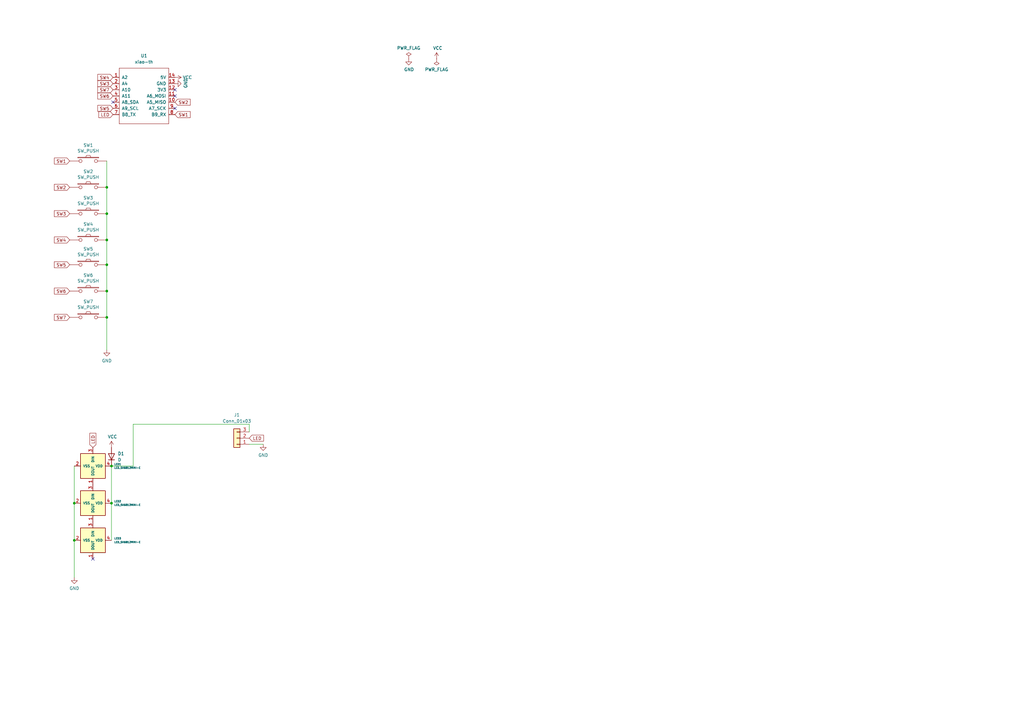
<source format=kicad_sch>
(kicad_sch (version 20211123) (generator eeschema)
  (paper "A3")
  (lib_symbols
    (symbol "Connector_Generic:Conn_01x03" (pin_names (offset 1.016) hide)
      (property "Reference" "J" (at 0 5.08 0))
      (property "Value" "Conn_01x03" (at 0 -5.08 0))
      (symbol "Conn_01x03_1_1"
        (rectangle (start -1.27 -2.413) (end 0 -2.667) (stroke (width 0.1524)))
        (rectangle (start -1.27 0.127) (end 0 -0.127) (stroke (width 0.1524)))
        (rectangle (start -1.27 2.667) (end 0 2.413) (stroke (width 0.1524)))
        (rectangle (start -1.27 3.81) (end 1.27 -3.81) (stroke (width 0.254)) (fill (type background)))
        (pin passive line (at -5.08 2.54 0) (length 3.81) (name "Pin_1") (number "1"))
        (pin passive line (at -5.08 0 0) (length 3.81) (name "Pin_2") (number "2"))
        (pin passive line (at -5.08 -2.54 0) (length 3.81) (name "Pin_3") (number "3"))
      )
    )
    (symbol "Device:D" (pin_numbers hide) (pin_names (offset 1.016) hide)
      (property "Reference" "D" (at 0 2.54 0))
      (property "Value" "D" (at 0 -2.54 0))
      (symbol "D_0_1"
        (polyline (pts (xy -1.27 1.27) (xy -1.27 -1.27)) (stroke (width 0.254)))
        (polyline (pts (xy 1.27 0) (xy -1.27 0)))
        (polyline (pts (xy 1.27 1.27) (xy 1.27 -1.27) (xy -1.27 0) (xy 1.27 1.27)) (stroke (width 0.254)))
      )
      (symbol "D_1_1"
        (pin passive line (at -3.81 0 0) (length 2.54) (name "K") (number "1"))
        (pin passive line (at 3.81 0 180) (length 2.54) (name "A") (number "2"))
      )
    )
    (symbol "Salicylic_kbd:LED_SK6812MINI-E" (pin_names (offset 1.016))
      (property "Reference" "LED" (at 5.08 -10.16 0))
      (property "Value" "LED_SK6812MINI-E" (at 8.89 -8.89 0))
      (symbol "LED_SK6812MINI-E_0_1"
        (rectangle (start -5.08 5.08) (end 5.08 -5.08) (stroke (width 0.254)) (fill (type background)))
      )
      (symbol "LED_SK6812MINI-E_1_1"
        (pin output line (at 7.62 0 180) (length 2.54) (name "DOUT") (number "1"))
        (pin power_in line (at 0 -7.62 90) (length 2.54) (name "VSS") (number "2"))
        (pin input line (at -7.62 0 0) (length 2.54) (name "DIN") (number "3"))
        (pin power_in line (at 0 7.62 270) (length 2.54) (name "VDD") (number "4"))
      )
    )
    (symbol "kbd:SW_PUSH" (pin_numbers hide) (pin_names (offset 1.016) hide)
      (property "Reference" "SW" (at 3.81 2.794 0))
      (property "Value" "SW_PUSH" (at 0 -2.032 0))
      (symbol "SW_PUSH_0_1"
        (rectangle (start -4.318 1.27) (end 4.318 1.524))
        (polyline (pts (xy -1.016 1.524) (xy -0.762 2.286) (xy 0.762 2.286) (xy 1.016 1.524)))
        (pin passive inverted (at -7.62 0 0) (length 5.08) (name "1") (number "1"))
        (pin passive inverted (at 7.62 0 180) (length 5.08) (name "2") (number "2"))
      )
    )
    (symbol "power:GND" (power) (pin_names (offset 0))
      (property "Value" "GND" (at 0 -3.81 0))
      (symbol "GND_0_1"
        (polyline (pts (xy 0 0) (xy 0 -1.27) (xy 1.27 -1.27) (xy 0 -2.54) (xy -1.27 -1.27) (xy 0 -1.27)))
      )
      (symbol "GND_1_1"
        (pin power_in line (at 0 0 270) (length 0) hide (name "GND") (number "1"))
      )
    )
    (symbol "power:PWR_FLAG" (power) (pin_numbers hide) (pin_names (offset 0) hide)
      (property "Value" "PWR_FLAG" (at 0 3.81 0))
      (symbol "PWR_FLAG_0_0"
        (pin power_out line (at 0 0 90) (length 0) (name "pwr") (number "1"))
      )
      (symbol "PWR_FLAG_0_1"
        (polyline (pts (xy 0 0) (xy 0 1.27) (xy -1.016 1.905) (xy 0 2.54) (xy 1.016 1.905) (xy 0 1.27)))
      )
    )
    (symbol "power:VCC" (power) (pin_names (offset 0))
      (property "Value" "VCC" (at 0 3.81 0))
      (symbol "VCC_0_1"
        (polyline (pts (xy -0.762 1.27) (xy 0 2.54)))
        (polyline (pts (xy 0 0) (xy 0 2.54)))
        (polyline (pts (xy 0 2.54) (xy 0.762 1.27)))
      )
      (symbol "VCC_1_1"
        (pin power_in line (at 0 0 90) (length 0) hide (name "VCC") (number "1"))
      )
    )
    (symbol "xiao:xiao_th" (pin_names (offset 1.016))
      (property "Reference" "U" (at -10.16 15.24 0))
      (property "Value" "xiao_th" (at -8.89 12.7 0))
      (symbol "xiao_th_0_1"
        (rectangle (start -10.16 11.43) (end 10.16 -11.43))
      )
      (symbol "xiao_th_1_1"
        (pin bidirectional line (at -12.7 7.62 0) (length 2.54) (name "A2") (number "1"))
        (pin bidirectional line (at 12.7 -2.54 180) (length 2.54) (name "A5_MISO") (number "10"))
        (pin bidirectional line (at 12.7 0 180) (length 2.54) (name "A6_MOSI") (number "11"))
        (pin power_out line (at 12.7 2.54 180) (length 2.54) (name "3V3") (number "12"))
        (pin power_out line (at 12.7 5.08 180) (length 2.54) (name "GND") (number "13"))
        (pin power_out line (at 12.7 7.62 180) (length 2.54) (name "5V") (number "14"))
        (pin bidirectional line (at -12.7 5.08 0) (length 2.54) (name "A4") (number "2"))
        (pin bidirectional line (at -12.7 2.54 0) (length 2.54) (name "A10") (number "3"))
        (pin bidirectional line (at -12.7 0 0) (length 2.54) (name "A11") (number "4"))
        (pin bidirectional line (at -12.7 -2.54 0) (length 2.54) (name "A8_SDA") (number "5"))
        (pin bidirectional line (at -12.7 -5.08 0) (length 2.54) (name "A9_SCL") (number "6"))
        (pin bidirectional line (at -12.7 -7.62 0) (length 2.54) (name "B8_TX") (number "7"))
        (pin bidirectional line (at 12.7 -7.62 180) (length 2.54) (name "B9_RX") (number "8"))
        (pin bidirectional line (at 12.7 -5.08 180) (length 2.54) (name "A7_SCK") (number "9"))
      )
    )
  )
  (junction (at 30.48 206.375))
  (junction (at 45.72 191.135))
  (junction (at 43.815 108.585))
  (junction (at 43.815 76.835))
  (junction (at 30.48 221.615))
  (junction (at 43.815 87.63))
  (junction (at 45.72 206.375))
  (junction (at 43.815 98.425))
  (junction (at 43.815 119.38))
  (junction (at 43.815 130.175))
  (no_connect (at 71.755 36.83))
  (no_connect (at 38.1 229.235))
  (no_connect (at 71.755 44.45))
  (no_connect (at 71.755 39.37))
  (no_connect (at 46.355 41.91))
  (wire (pts (xy 43.815 76.835) (xy 43.815 87.63)))
  (wire (pts (xy 102.235 173.99) (xy 102.235 177.165)))
  (wire (pts (xy 43.815 108.585) (xy 43.815 119.38)))
  (wire (pts (xy 102.235 182.245) (xy 107.95 182.245)))
  (wire (pts (xy 43.815 119.38) (xy 43.815 130.175)))
  (wire (pts (xy 43.815 66.04) (xy 43.815 76.835)))
  (wire (pts (xy 30.48 206.375) (xy 30.48 221.615)))
  (wire (pts (xy 45.72 191.135) (xy 54.61 191.135)))
  (wire (pts (xy 30.48 191.135) (xy 30.48 206.375)))
  (wire (pts (xy 45.72 206.375) (xy 45.72 221.615)))
  (wire (pts (xy 43.815 98.425) (xy 43.815 108.585)))
  (wire (pts (xy 43.815 130.175) (xy 43.815 143.51)))
  (wire (pts (xy 54.61 191.135) (xy 54.61 173.99)))
  (wire (pts (xy 54.61 173.99) (xy 102.235 173.99)))
  (wire (pts (xy 45.72 191.135) (xy 45.72 206.375)))
  (wire (pts (xy 43.815 87.63) (xy 43.815 98.425)))
  (wire (pts (xy 30.48 221.615) (xy 30.48 236.855)))
  (global_label "SW3" (shape input) (at 46.355 34.29 180) (property "Intersheet References" "${INTERSHEET_REFS}" (effects hide)))
  (global_label "SW7" (shape input) (at 28.575 130.175 180) (property "Intersheet References" "${INTERSHEET_REFS}" (effects hide)))
  (global_label "SW6" (shape input) (at 28.575 119.38 180) (property "Intersheet References" "${INTERSHEET_REFS}" (effects hide)))
  (global_label "SW2" (shape input) (at 28.575 76.835 180) (property "Intersheet References" "${INTERSHEET_REFS}" (effects hide)))
  (global_label "LED" (shape input) (at 102.235 179.705 0) (property "Intersheet References" "${INTERSHEET_REFS}" (effects hide)))
  (global_label "SW2" (shape input) (at 71.755 41.91 0) (property "Intersheet References" "${INTERSHEET_REFS}" (effects hide)))
  (global_label "SW1" (shape input) (at 71.755 46.99 0) (property "Intersheet References" "${INTERSHEET_REFS}" (effects hide)))
  (global_label "SW5" (shape input) (at 28.575 108.585 180) (property "Intersheet References" "${INTERSHEET_REFS}" (effects hide)))
  (global_label "SW1" (shape input) (at 28.575 66.04 180) (property "Intersheet References" "${INTERSHEET_REFS}" (effects hide)))
  (global_label "LED" (shape input) (at 46.355 46.99 180) (property "Intersheet References" "${INTERSHEET_REFS}" (effects hide)))
  (global_label "SW4" (shape input) (at 46.355 31.75 180) (property "Intersheet References" "${INTERSHEET_REFS}" (effects hide)))
  (global_label "LED" (shape input) (at 38.1 183.515 90) (property "Intersheet References" "${INTERSHEET_REFS}" (effects hide)))
  (global_label "SW3" (shape input) (at 28.575 87.63 180) (property "Intersheet References" "${INTERSHEET_REFS}" (effects hide)))
  (global_label "SW7" (shape input) (at 46.355 36.83 180) (property "Intersheet References" "${INTERSHEET_REFS}" (effects hide)))
  (global_label "SW4" (shape input) (at 28.575 98.425 180) (property "Intersheet References" "${INTERSHEET_REFS}" (effects hide)))
  (global_label "SW5" (shape input) (at 46.355 44.45 180) (property "Intersheet References" "${INTERSHEET_REFS}" (effects hide)))
  (global_label "SW6" (shape input) (at 46.355 39.37 180) (property "Intersheet References" "${INTERSHEET_REFS}" (effects hide)))
  (symbol (lib_id "power:PWR_FLAG") (at 167.64 24.13 0) (unit 1)
    (property "Reference" "#FLG01" (effects hide))
    (property "Value" "PWR_FLAG" (at 167.64 19.7104 0))
  )
  (symbol (lib_id "power:PWR_FLAG") (at 179.07 24.13 180) (unit 1)
    (property "Reference" "#FLG02" (effects hide))
    (property "Value" "PWR_FLAG" (at 179.07 28.5242 0))
  )
  (symbol (lib_id "power:GND") (at 167.64 24.13 0) (unit 1)
    (property "Reference" "#PWR05" (effects hide))
    (property "Value" "GND" (at 167.767 28.5242 0))
  )
  (symbol (lib_id "power:VCC") (at 179.07 24.13 0) (unit 1)
    (property "Reference" "#PWR06" (effects hide))
    (property "Value" "VCC" (at 179.5018 19.7358 0))
  )
  (symbol (lib_id "power:GND") (at 71.755 34.29 90) (unit 1)
    (property "Reference" "#PWR04" (effects hide))
    (property "Value" "GND" (at 76.1492 34.163 0))
  )
  (symbol (lib_id "kbd:SW_PUSH") (at 36.195 66.04 0) (unit 1)
    (property "Reference" "SW1" (at 36.195 59.563 0))
    (property "Value" "SW_PUSH" (at 36.195 61.8744 0))
    (property "Footprint" "kbd_SW:CherryMX_Hotswap_1u_Small1" (effects hide))
  )
  (symbol (lib_id "Salicylic_kbd:LED_SK6812MINI-E") (at 38.1 191.135 270) (unit 1)
    (property "Reference" "LED1" (at 46.8376 190.373 90) (effects (font (size 0.7366 0.7366)) (justify left)))
    (property "Value" "LED_SK6812MINI-E" (at 46.8376 191.8716 90) (effects (font (size 0.7366 0.7366)) (justify left)))
    (property "Footprint" "kbd_Parts:LED_SK6812MINI-E_BL" (effects hide))
  )
  (symbol (lib_id "power:VCC") (at 45.72 183.515 0) (unit 1)
    (property "Reference" "#PWR03" (effects hide))
    (property "Value" "VCC" (at 46.101 179.1208 0))
  )
  (symbol (lib_id "kbd:SW_PUSH") (at 36.195 76.835 0) (unit 1)
    (property "Reference" "SW2" (at 36.195 70.358 0))
    (property "Value" "SW_PUSH" (at 36.195 72.6694 0))
    (property "Footprint" "kbd_SW:CherryMX_Hotswap_1u" (effects hide))
  )
  (symbol (lib_id "kbd:SW_PUSH") (at 36.195 98.425 0) (unit 1)
    (property "Reference" "SW4" (at 36.195 91.948 0))
    (property "Value" "SW_PUSH" (at 36.195 94.2594 0))
    (property "Footprint" "kbd_SW:CherryMX_Hotswap_1.25u" (effects hide))
  )
  (symbol (lib_id "kbd:SW_PUSH") (at 36.195 87.63 0) (unit 1)
    (property "Reference" "SW3" (at 36.195 81.153 0))
    (property "Value" "SW_PUSH" (at 36.195 83.4644 0))
    (property "Footprint" "kbd_SW:CherryMX_Hotswap_1u" (effects hide))
  )
  (symbol (lib_id "Salicylic_kbd:LED_SK6812MINI-E") (at 38.1 221.615 270) (unit 1)
    (property "Reference" "LED3" (at 46.8376 220.853 90) (effects (font (size 0.7366 0.7366)) (justify left)))
    (property "Value" "LED_SK6812MINI-E" (at 46.8376 222.3516 90) (effects (font (size 0.7366 0.7366)) (justify left)))
    (property "Footprint" "kbd_Parts:LED_SK6812MINI-E_BL" (effects hide))
  )
  (symbol (lib_id "Salicylic_kbd:LED_SK6812MINI-E") (at 38.1 206.375 270) (unit 1)
    (property "Reference" "LED2" (at 46.8376 205.613 90) (effects (font (size 0.7366 0.7366)) (justify left)))
    (property "Value" "LED_SK6812MINI-E" (at 46.8376 207.1116 90) (effects (font (size 0.7366 0.7366)) (justify left)))
    (property "Footprint" "kbd_Parts:LED_SK6812MINI-E_BL" (effects hide))
  )
  (symbol (lib_id "Device:D") (at 45.72 187.325 90) (unit 1)
    (property "Reference" "D1" (at 48.26 186.0549 90) (effects (justify right)))
    (property "Value" "D" (at 48.26 188.5949 90) (effects (justify right)))
    (property "Footprint" "kbd_Parts:Diode_SMD" (effects hide))
  )
  (symbol (lib_id "power:GND") (at 43.815 143.51 0) (unit 1)
    (property "Reference" "#PWR02" (effects hide))
    (property "Value" "GND" (at 43.815 147.955 0))
  )
  (symbol (lib_id "kbd:SW_PUSH") (at 36.195 108.585 0) (unit 1)
    (property "Reference" "SW5" (at 36.195 102.108 0))
    (property "Value" "SW_PUSH" (at 36.195 104.4194 0))
    (property "Footprint" "kbd_SW:CherryMX_Hotswap_1.25u" (effects hide))
  )
  (symbol (lib_id "xiao:xiao_th") (at 59.055 39.37 0) (unit 1)
    (property "Reference" "U1" (at 59.055 22.86 0))
    (property "Value" "xiao-th" (at 59.055 25.4 0))
    (property "Footprint" "kbd_Parts:Micon_XIAO_TH" (effects hide))
  )
  (symbol (lib_id "kbd:SW_PUSH") (at 36.195 119.38 0) (unit 1)
    (property "Reference" "SW6" (at 36.195 112.903 0))
    (property "Value" "SW_PUSH" (at 36.195 115.2144 0))
    (property "Footprint" "kbd_SW:CherryMX_Hotswap_2u_Rev" (effects hide))
  )
  (symbol (lib_id "power:GND") (at 30.48 236.855 0) (unit 1)
    (property "Reference" "#PWR01" (effects hide))
    (property "Value" "GND" (at 30.48 241.3 0))
  )
  (symbol (lib_id "power:GND") (at 107.95 182.245 0) (unit 1)
    (property "Reference" "#PWR0104" (effects hide))
    (property "Value" "GND" (at 107.95 186.69 0))
  )
  (symbol (lib_id "kbd:SW_PUSH") (at 36.195 130.175 0) (unit 1)
    (property "Reference" "SW7" (at 36.195 123.698 0))
    (property "Value" "SW_PUSH" (at 36.195 126.0094 0))
    (property "Footprint" "kbd_SW:CherryMX_Hotswap_1u" (effects hide))
  )
  (symbol (lib_id "power:VCC") (at 71.755 31.75 270) (unit 1)
    (property "Reference" "#PWR0101" (effects hide))
    (property "Value" "VCC" (at 74.93 31.7499 90) (effects (justify left)))
  )
  (symbol (lib_id "Connector_Generic:Conn_01x03") (at 97.155 179.705 180) (unit 1)
    (property "Reference" "J1" (at 97.155 170.18 0))
    (property "Value" "Conn_01x03" (at 97.155 172.72 0))
    (property "Footprint" "kbd_Parts:LED_Tape" (effects hide))
  )
)
</source>
